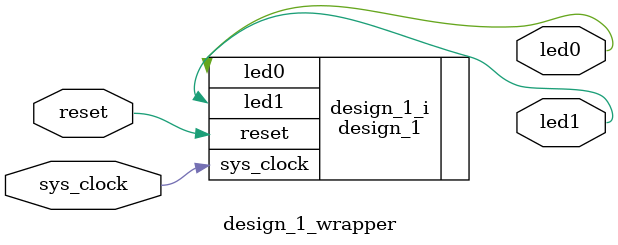
<source format=v>
`timescale 1 ps / 1 ps

module design_1_wrapper
   (led0,
    led1,
    reset,
    sys_clock);
  output led0;
  output [0:0]led1;
  input reset;
  input sys_clock;

  wire led0;
  wire [0:0]led1;
  wire reset;
  wire sys_clock;

  design_1 design_1_i
       (.led0(led0),
        .led1(led1),
        .reset(reset),
        .sys_clock(sys_clock));
endmodule

</source>
